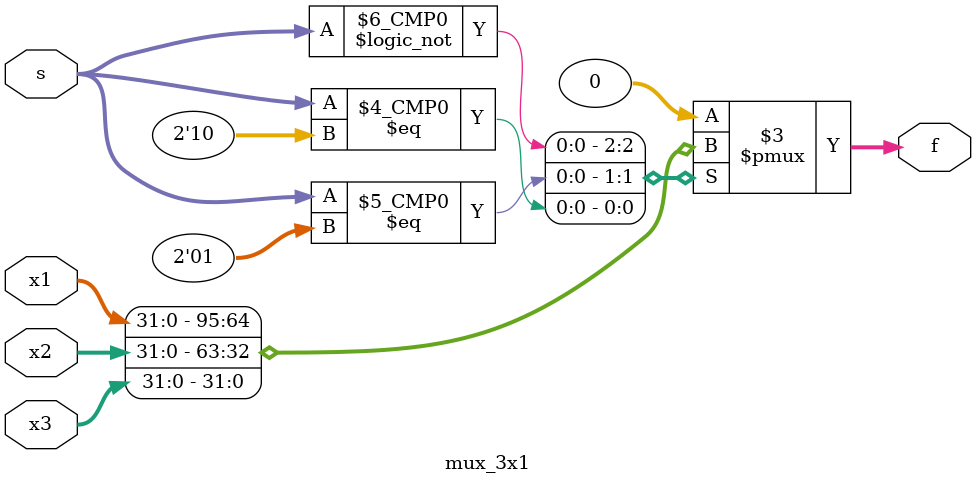
<source format=v>
`timescale 1ns / 1ps

module mux_3x1(
    input [31:0] x1,
    input [31:0] x2,
    input [31:0] x3,
    input [1:0] s,
    output reg [31:0] f
    );
    
    always @(*)
    begin
        case(s)
		    2'b00: f = x1;
            2'b01: f = x2;
            2'b10: f = x3;
            default: f = 32'b0 ;
        endcase
    end   
endmodule

</source>
